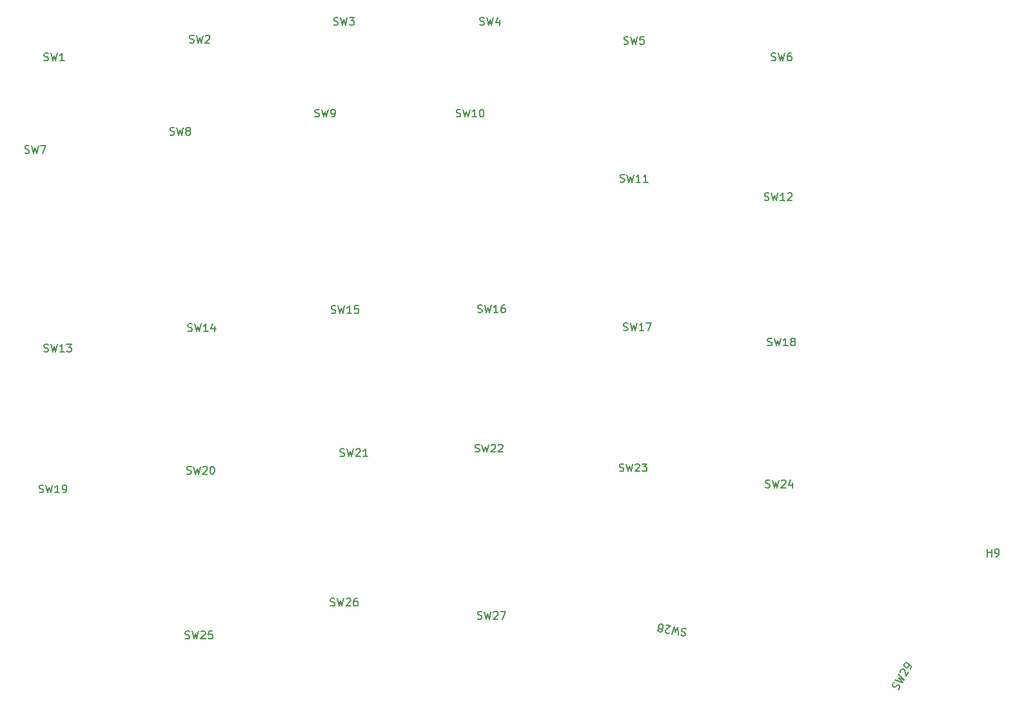
<source format=gbr>
G04 #@! TF.GenerationSoftware,KiCad,Pcbnew,5.99.0-unknown-4920692bcd~125~ubuntu20.04.1*
G04 #@! TF.CreationDate,2021-04-21T16:00:41+01:00*
G04 #@! TF.ProjectId,plate,706c6174-652e-46b6-9963-61645f706362,rev?*
G04 #@! TF.SameCoordinates,Original*
G04 #@! TF.FileFunction,Legend,Top*
G04 #@! TF.FilePolarity,Positive*
%FSLAX46Y46*%
G04 Gerber Fmt 4.6, Leading zero omitted, Abs format (unit mm)*
G04 Created by KiCad (PCBNEW 5.99.0-unknown-4920692bcd~125~ubuntu20.04.1) date 2021-04-21 16:00:41*
%MOMM*%
%LPD*%
G01*
G04 APERTURE LIST*
%ADD10C,0.150000*%
G04 APERTURE END LIST*
D10*
X63639866Y-63371361D02*
X63782723Y-63418980D01*
X64020819Y-63418980D01*
X64116057Y-63371361D01*
X64163676Y-63323742D01*
X64211295Y-63228504D01*
X64211295Y-63133266D01*
X64163676Y-63038028D01*
X64116057Y-62990409D01*
X64020819Y-62942790D01*
X63830342Y-62895171D01*
X63735104Y-62847552D01*
X63687485Y-62799933D01*
X63639866Y-62704695D01*
X63639866Y-62609457D01*
X63687485Y-62514219D01*
X63735104Y-62466600D01*
X63830342Y-62418980D01*
X64068438Y-62418980D01*
X64211295Y-62466600D01*
X64544628Y-62418980D02*
X64782723Y-63418980D01*
X64973200Y-62704695D01*
X65163676Y-63418980D01*
X65401771Y-62418980D01*
X66306533Y-63418980D02*
X65735104Y-63418980D01*
X66020819Y-63418980D02*
X66020819Y-62418980D01*
X65925580Y-62561838D01*
X65830342Y-62657076D01*
X65735104Y-62704695D01*
X175772572Y-146041474D02*
X175885240Y-145941566D01*
X176004287Y-145735369D01*
X176010667Y-145629081D01*
X175993237Y-145564032D01*
X175934568Y-145475174D01*
X175852089Y-145427555D01*
X175745801Y-145421175D01*
X175680752Y-145438605D01*
X175591894Y-145497274D01*
X175455417Y-145638422D01*
X175366558Y-145697091D01*
X175301510Y-145714520D01*
X175195221Y-145708141D01*
X175112743Y-145660522D01*
X175054074Y-145571663D01*
X175036644Y-145506614D01*
X175043024Y-145400326D01*
X175162071Y-145194130D01*
X175274739Y-145094221D01*
X175400167Y-144781737D02*
X176385240Y-145075540D01*
X175861888Y-144553440D01*
X176575716Y-144745626D01*
X175828738Y-144039429D01*
X176077883Y-143798373D02*
X176060453Y-143733324D01*
X176066833Y-143627036D01*
X176185881Y-143420840D01*
X176274739Y-143362171D01*
X176339788Y-143344741D01*
X176446076Y-143351121D01*
X176528555Y-143398740D01*
X176628463Y-143511408D01*
X176837621Y-144291993D01*
X177147144Y-143755882D01*
X177385240Y-143343489D02*
X177480478Y-143178532D01*
X177486857Y-143072244D01*
X177469428Y-143007195D01*
X177393329Y-142853288D01*
X177252181Y-142716811D01*
X176922267Y-142526334D01*
X176815978Y-142519955D01*
X176750930Y-142537385D01*
X176662071Y-142596054D01*
X176566833Y-142761011D01*
X176560453Y-142867299D01*
X176577883Y-142932348D01*
X176636552Y-143021206D01*
X176842749Y-143140254D01*
X176949037Y-143146634D01*
X177014086Y-143129204D01*
X177102944Y-143070535D01*
X177198182Y-142905577D01*
X177204562Y-142799289D01*
X177187132Y-142734240D01*
X177128463Y-142645382D01*
X147953119Y-138091607D02*
X147820701Y-138019905D01*
X147586223Y-137978560D01*
X147484163Y-138008918D01*
X147428998Y-138047544D01*
X147365565Y-138133067D01*
X147349027Y-138226858D01*
X147379384Y-138328918D01*
X147418011Y-138384083D01*
X147503533Y-138447516D01*
X147682847Y-138527488D01*
X147768369Y-138590921D01*
X147806996Y-138646086D01*
X147837353Y-138748146D01*
X147820815Y-138841937D01*
X147757382Y-138927459D01*
X147702217Y-138966086D01*
X147600157Y-138996444D01*
X147365679Y-138955099D01*
X147233261Y-138883396D01*
X146896723Y-138872409D02*
X146835893Y-137846257D01*
X146524276Y-138516615D01*
X146460728Y-137780105D01*
X146052602Y-138723568D01*
X145740871Y-138571894D02*
X145685706Y-138610521D01*
X145583646Y-138640878D01*
X145349168Y-138599534D01*
X145263646Y-138536100D01*
X145225019Y-138480935D01*
X145194661Y-138378875D01*
X145211199Y-138285084D01*
X145282902Y-138152666D01*
X145944877Y-137689146D01*
X145335234Y-137581650D01*
X144673259Y-138045170D02*
X144758781Y-138108603D01*
X144797408Y-138163768D01*
X144827765Y-138265828D01*
X144819497Y-138312724D01*
X144756063Y-138398246D01*
X144700898Y-138436872D01*
X144598838Y-138467230D01*
X144411256Y-138434154D01*
X144325734Y-138370721D01*
X144287107Y-138315556D01*
X144256749Y-138213496D01*
X144265018Y-138166600D01*
X144328452Y-138081078D01*
X144383616Y-138042452D01*
X144485676Y-138012094D01*
X144673259Y-138045170D01*
X144775319Y-138014812D01*
X144830484Y-137976185D01*
X144893917Y-137890663D01*
X144926993Y-137703081D01*
X144896635Y-137601021D01*
X144858009Y-137545856D01*
X144772486Y-137482422D01*
X144584904Y-137449347D01*
X144482844Y-137479704D01*
X144427679Y-137518331D01*
X144364246Y-137603853D01*
X144331170Y-137791436D01*
X144361528Y-137893496D01*
X144400154Y-137948660D01*
X144485676Y-138012094D01*
X120567676Y-136726561D02*
X120710533Y-136774180D01*
X120948628Y-136774180D01*
X121043866Y-136726561D01*
X121091485Y-136678942D01*
X121139104Y-136583704D01*
X121139104Y-136488466D01*
X121091485Y-136393228D01*
X121043866Y-136345609D01*
X120948628Y-136297990D01*
X120758152Y-136250371D01*
X120662914Y-136202752D01*
X120615295Y-136155133D01*
X120567676Y-136059895D01*
X120567676Y-135964657D01*
X120615295Y-135869419D01*
X120662914Y-135821800D01*
X120758152Y-135774180D01*
X120996247Y-135774180D01*
X121139104Y-135821800D01*
X121472438Y-135774180D02*
X121710533Y-136774180D01*
X121901009Y-136059895D01*
X122091485Y-136774180D01*
X122329580Y-135774180D01*
X122662914Y-135869419D02*
X122710533Y-135821800D01*
X122805771Y-135774180D01*
X123043866Y-135774180D01*
X123139104Y-135821800D01*
X123186723Y-135869419D01*
X123234342Y-135964657D01*
X123234342Y-136059895D01*
X123186723Y-136202752D01*
X122615295Y-136774180D01*
X123234342Y-136774180D01*
X123567676Y-135774180D02*
X124234342Y-135774180D01*
X123805771Y-136774180D01*
X101238276Y-134999361D02*
X101381133Y-135046980D01*
X101619228Y-135046980D01*
X101714466Y-134999361D01*
X101762085Y-134951742D01*
X101809704Y-134856504D01*
X101809704Y-134761266D01*
X101762085Y-134666028D01*
X101714466Y-134618409D01*
X101619228Y-134570790D01*
X101428752Y-134523171D01*
X101333514Y-134475552D01*
X101285895Y-134427933D01*
X101238276Y-134332695D01*
X101238276Y-134237457D01*
X101285895Y-134142219D01*
X101333514Y-134094600D01*
X101428752Y-134046980D01*
X101666847Y-134046980D01*
X101809704Y-134094600D01*
X102143038Y-134046980D02*
X102381133Y-135046980D01*
X102571609Y-134332695D01*
X102762085Y-135046980D01*
X103000180Y-134046980D01*
X103333514Y-134142219D02*
X103381133Y-134094600D01*
X103476371Y-134046980D01*
X103714466Y-134046980D01*
X103809704Y-134094600D01*
X103857323Y-134142219D01*
X103904942Y-134237457D01*
X103904942Y-134332695D01*
X103857323Y-134475552D01*
X103285895Y-135046980D01*
X103904942Y-135046980D01*
X104762085Y-134046980D02*
X104571609Y-134046980D01*
X104476371Y-134094600D01*
X104428752Y-134142219D01*
X104333514Y-134285076D01*
X104285895Y-134475552D01*
X104285895Y-134856504D01*
X104333514Y-134951742D01*
X104381133Y-134999361D01*
X104476371Y-135046980D01*
X104666847Y-135046980D01*
X104762085Y-134999361D01*
X104809704Y-134951742D01*
X104857323Y-134856504D01*
X104857323Y-134618409D01*
X104809704Y-134523171D01*
X104762085Y-134475552D01*
X104666847Y-134427933D01*
X104476371Y-134427933D01*
X104381133Y-134475552D01*
X104333514Y-134523171D01*
X104285895Y-134618409D01*
X82162876Y-139317361D02*
X82305733Y-139364980D01*
X82543828Y-139364980D01*
X82639066Y-139317361D01*
X82686685Y-139269742D01*
X82734304Y-139174504D01*
X82734304Y-139079266D01*
X82686685Y-138984028D01*
X82639066Y-138936409D01*
X82543828Y-138888790D01*
X82353352Y-138841171D01*
X82258114Y-138793552D01*
X82210495Y-138745933D01*
X82162876Y-138650695D01*
X82162876Y-138555457D01*
X82210495Y-138460219D01*
X82258114Y-138412600D01*
X82353352Y-138364980D01*
X82591447Y-138364980D01*
X82734304Y-138412600D01*
X83067638Y-138364980D02*
X83305733Y-139364980D01*
X83496209Y-138650695D01*
X83686685Y-139364980D01*
X83924780Y-138364980D01*
X84258114Y-138460219D02*
X84305733Y-138412600D01*
X84400971Y-138364980D01*
X84639066Y-138364980D01*
X84734304Y-138412600D01*
X84781923Y-138460219D01*
X84829542Y-138555457D01*
X84829542Y-138650695D01*
X84781923Y-138793552D01*
X84210495Y-139364980D01*
X84829542Y-139364980D01*
X85734304Y-138364980D02*
X85258114Y-138364980D01*
X85210495Y-138841171D01*
X85258114Y-138793552D01*
X85353352Y-138745933D01*
X85591447Y-138745933D01*
X85686685Y-138793552D01*
X85734304Y-138841171D01*
X85781923Y-138936409D01*
X85781923Y-139174504D01*
X85734304Y-139269742D01*
X85686685Y-139317361D01*
X85591447Y-139364980D01*
X85353352Y-139364980D01*
X85258114Y-139317361D01*
X85210495Y-139269742D01*
X158362876Y-119454561D02*
X158505733Y-119502180D01*
X158743828Y-119502180D01*
X158839066Y-119454561D01*
X158886685Y-119406942D01*
X158934304Y-119311704D01*
X158934304Y-119216466D01*
X158886685Y-119121228D01*
X158839066Y-119073609D01*
X158743828Y-119025990D01*
X158553352Y-118978371D01*
X158458114Y-118930752D01*
X158410495Y-118883133D01*
X158362876Y-118787895D01*
X158362876Y-118692657D01*
X158410495Y-118597419D01*
X158458114Y-118549800D01*
X158553352Y-118502180D01*
X158791447Y-118502180D01*
X158934304Y-118549800D01*
X159267638Y-118502180D02*
X159505733Y-119502180D01*
X159696209Y-118787895D01*
X159886685Y-119502180D01*
X160124780Y-118502180D01*
X160458114Y-118597419D02*
X160505733Y-118549800D01*
X160600971Y-118502180D01*
X160839066Y-118502180D01*
X160934304Y-118549800D01*
X160981923Y-118597419D01*
X161029542Y-118692657D01*
X161029542Y-118787895D01*
X160981923Y-118930752D01*
X160410495Y-119502180D01*
X161029542Y-119502180D01*
X161886685Y-118835514D02*
X161886685Y-119502180D01*
X161648590Y-118454561D02*
X161410495Y-119168847D01*
X162029542Y-119168847D01*
X139185876Y-117320961D02*
X139328733Y-117368580D01*
X139566828Y-117368580D01*
X139662066Y-117320961D01*
X139709685Y-117273342D01*
X139757304Y-117178104D01*
X139757304Y-117082866D01*
X139709685Y-116987628D01*
X139662066Y-116940009D01*
X139566828Y-116892390D01*
X139376352Y-116844771D01*
X139281114Y-116797152D01*
X139233495Y-116749533D01*
X139185876Y-116654295D01*
X139185876Y-116559057D01*
X139233495Y-116463819D01*
X139281114Y-116416200D01*
X139376352Y-116368580D01*
X139614447Y-116368580D01*
X139757304Y-116416200D01*
X140090638Y-116368580D02*
X140328733Y-117368580D01*
X140519209Y-116654295D01*
X140709685Y-117368580D01*
X140947780Y-116368580D01*
X141281114Y-116463819D02*
X141328733Y-116416200D01*
X141423971Y-116368580D01*
X141662066Y-116368580D01*
X141757304Y-116416200D01*
X141804923Y-116463819D01*
X141852542Y-116559057D01*
X141852542Y-116654295D01*
X141804923Y-116797152D01*
X141233495Y-117368580D01*
X141852542Y-117368580D01*
X142185876Y-116368580D02*
X142804923Y-116368580D01*
X142471590Y-116749533D01*
X142614447Y-116749533D01*
X142709685Y-116797152D01*
X142757304Y-116844771D01*
X142804923Y-116940009D01*
X142804923Y-117178104D01*
X142757304Y-117273342D01*
X142709685Y-117320961D01*
X142614447Y-117368580D01*
X142328733Y-117368580D01*
X142233495Y-117320961D01*
X142185876Y-117273342D01*
X120237476Y-114780961D02*
X120380333Y-114828580D01*
X120618428Y-114828580D01*
X120713666Y-114780961D01*
X120761285Y-114733342D01*
X120808904Y-114638104D01*
X120808904Y-114542866D01*
X120761285Y-114447628D01*
X120713666Y-114400009D01*
X120618428Y-114352390D01*
X120427952Y-114304771D01*
X120332714Y-114257152D01*
X120285095Y-114209533D01*
X120237476Y-114114295D01*
X120237476Y-114019057D01*
X120285095Y-113923819D01*
X120332714Y-113876200D01*
X120427952Y-113828580D01*
X120666047Y-113828580D01*
X120808904Y-113876200D01*
X121142238Y-113828580D02*
X121380333Y-114828580D01*
X121570809Y-114114295D01*
X121761285Y-114828580D01*
X121999380Y-113828580D01*
X122332714Y-113923819D02*
X122380333Y-113876200D01*
X122475571Y-113828580D01*
X122713666Y-113828580D01*
X122808904Y-113876200D01*
X122856523Y-113923819D01*
X122904142Y-114019057D01*
X122904142Y-114114295D01*
X122856523Y-114257152D01*
X122285095Y-114828580D01*
X122904142Y-114828580D01*
X123285095Y-113923819D02*
X123332714Y-113876200D01*
X123427952Y-113828580D01*
X123666047Y-113828580D01*
X123761285Y-113876200D01*
X123808904Y-113923819D01*
X123856523Y-114019057D01*
X123856523Y-114114295D01*
X123808904Y-114257152D01*
X123237476Y-114828580D01*
X123856523Y-114828580D01*
X102508276Y-115365161D02*
X102651133Y-115412780D01*
X102889228Y-115412780D01*
X102984466Y-115365161D01*
X103032085Y-115317542D01*
X103079704Y-115222304D01*
X103079704Y-115127066D01*
X103032085Y-115031828D01*
X102984466Y-114984209D01*
X102889228Y-114936590D01*
X102698752Y-114888971D01*
X102603514Y-114841352D01*
X102555895Y-114793733D01*
X102508276Y-114698495D01*
X102508276Y-114603257D01*
X102555895Y-114508019D01*
X102603514Y-114460400D01*
X102698752Y-114412780D01*
X102936847Y-114412780D01*
X103079704Y-114460400D01*
X103413038Y-114412780D02*
X103651133Y-115412780D01*
X103841609Y-114698495D01*
X104032085Y-115412780D01*
X104270180Y-114412780D01*
X104603514Y-114508019D02*
X104651133Y-114460400D01*
X104746371Y-114412780D01*
X104984466Y-114412780D01*
X105079704Y-114460400D01*
X105127323Y-114508019D01*
X105174942Y-114603257D01*
X105174942Y-114698495D01*
X105127323Y-114841352D01*
X104555895Y-115412780D01*
X105174942Y-115412780D01*
X106127323Y-115412780D02*
X105555895Y-115412780D01*
X105841609Y-115412780D02*
X105841609Y-114412780D01*
X105746371Y-114555638D01*
X105651133Y-114650876D01*
X105555895Y-114698495D01*
X82391476Y-117676561D02*
X82534333Y-117724180D01*
X82772428Y-117724180D01*
X82867666Y-117676561D01*
X82915285Y-117628942D01*
X82962904Y-117533704D01*
X82962904Y-117438466D01*
X82915285Y-117343228D01*
X82867666Y-117295609D01*
X82772428Y-117247990D01*
X82581952Y-117200371D01*
X82486714Y-117152752D01*
X82439095Y-117105133D01*
X82391476Y-117009895D01*
X82391476Y-116914657D01*
X82439095Y-116819419D01*
X82486714Y-116771800D01*
X82581952Y-116724180D01*
X82820047Y-116724180D01*
X82962904Y-116771800D01*
X83296238Y-116724180D02*
X83534333Y-117724180D01*
X83724809Y-117009895D01*
X83915285Y-117724180D01*
X84153380Y-116724180D01*
X84486714Y-116819419D02*
X84534333Y-116771800D01*
X84629571Y-116724180D01*
X84867666Y-116724180D01*
X84962904Y-116771800D01*
X85010523Y-116819419D01*
X85058142Y-116914657D01*
X85058142Y-117009895D01*
X85010523Y-117152752D01*
X84439095Y-117724180D01*
X85058142Y-117724180D01*
X85677190Y-116724180D02*
X85772428Y-116724180D01*
X85867666Y-116771800D01*
X85915285Y-116819419D01*
X85962904Y-116914657D01*
X86010523Y-117105133D01*
X86010523Y-117343228D01*
X85962904Y-117533704D01*
X85915285Y-117628942D01*
X85867666Y-117676561D01*
X85772428Y-117724180D01*
X85677190Y-117724180D01*
X85581952Y-117676561D01*
X85534333Y-117628942D01*
X85486714Y-117533704D01*
X85439095Y-117343228D01*
X85439095Y-117105133D01*
X85486714Y-116914657D01*
X85534333Y-116819419D01*
X85581952Y-116771800D01*
X85677190Y-116724180D01*
X62985876Y-120114961D02*
X63128733Y-120162580D01*
X63366828Y-120162580D01*
X63462066Y-120114961D01*
X63509685Y-120067342D01*
X63557304Y-119972104D01*
X63557304Y-119876866D01*
X63509685Y-119781628D01*
X63462066Y-119734009D01*
X63366828Y-119686390D01*
X63176352Y-119638771D01*
X63081114Y-119591152D01*
X63033495Y-119543533D01*
X62985876Y-119448295D01*
X62985876Y-119353057D01*
X63033495Y-119257819D01*
X63081114Y-119210200D01*
X63176352Y-119162580D01*
X63414447Y-119162580D01*
X63557304Y-119210200D01*
X63890638Y-119162580D02*
X64128733Y-120162580D01*
X64319209Y-119448295D01*
X64509685Y-120162580D01*
X64747780Y-119162580D01*
X65652542Y-120162580D02*
X65081114Y-120162580D01*
X65366828Y-120162580D02*
X65366828Y-119162580D01*
X65271590Y-119305438D01*
X65176352Y-119400676D01*
X65081114Y-119448295D01*
X66128733Y-120162580D02*
X66319209Y-120162580D01*
X66414447Y-120114961D01*
X66462066Y-120067342D01*
X66557304Y-119924485D01*
X66604923Y-119734009D01*
X66604923Y-119353057D01*
X66557304Y-119257819D01*
X66509685Y-119210200D01*
X66414447Y-119162580D01*
X66223971Y-119162580D01*
X66128733Y-119210200D01*
X66081114Y-119257819D01*
X66033495Y-119353057D01*
X66033495Y-119591152D01*
X66081114Y-119686390D01*
X66128733Y-119734009D01*
X66223971Y-119781628D01*
X66414447Y-119781628D01*
X66509685Y-119734009D01*
X66557304Y-119686390D01*
X66604923Y-119591152D01*
X158642276Y-100810961D02*
X158785133Y-100858580D01*
X159023228Y-100858580D01*
X159118466Y-100810961D01*
X159166085Y-100763342D01*
X159213704Y-100668104D01*
X159213704Y-100572866D01*
X159166085Y-100477628D01*
X159118466Y-100430009D01*
X159023228Y-100382390D01*
X158832752Y-100334771D01*
X158737514Y-100287152D01*
X158689895Y-100239533D01*
X158642276Y-100144295D01*
X158642276Y-100049057D01*
X158689895Y-99953819D01*
X158737514Y-99906200D01*
X158832752Y-99858580D01*
X159070847Y-99858580D01*
X159213704Y-99906200D01*
X159547038Y-99858580D02*
X159785133Y-100858580D01*
X159975609Y-100144295D01*
X160166085Y-100858580D01*
X160404180Y-99858580D01*
X161308942Y-100858580D02*
X160737514Y-100858580D01*
X161023228Y-100858580D02*
X161023228Y-99858580D01*
X160927990Y-100001438D01*
X160832752Y-100096676D01*
X160737514Y-100144295D01*
X161880371Y-100287152D02*
X161785133Y-100239533D01*
X161737514Y-100191914D01*
X161689895Y-100096676D01*
X161689895Y-100049057D01*
X161737514Y-99953819D01*
X161785133Y-99906200D01*
X161880371Y-99858580D01*
X162070847Y-99858580D01*
X162166085Y-99906200D01*
X162213704Y-99953819D01*
X162261323Y-100049057D01*
X162261323Y-100096676D01*
X162213704Y-100191914D01*
X162166085Y-100239533D01*
X162070847Y-100287152D01*
X161880371Y-100287152D01*
X161785133Y-100334771D01*
X161737514Y-100382390D01*
X161689895Y-100477628D01*
X161689895Y-100668104D01*
X161737514Y-100763342D01*
X161785133Y-100810961D01*
X161880371Y-100858580D01*
X162070847Y-100858580D01*
X162166085Y-100810961D01*
X162213704Y-100763342D01*
X162261323Y-100668104D01*
X162261323Y-100477628D01*
X162213704Y-100382390D01*
X162166085Y-100334771D01*
X162070847Y-100287152D01*
X139719276Y-98829761D02*
X139862133Y-98877380D01*
X140100228Y-98877380D01*
X140195466Y-98829761D01*
X140243085Y-98782142D01*
X140290704Y-98686904D01*
X140290704Y-98591666D01*
X140243085Y-98496428D01*
X140195466Y-98448809D01*
X140100228Y-98401190D01*
X139909752Y-98353571D01*
X139814514Y-98305952D01*
X139766895Y-98258333D01*
X139719276Y-98163095D01*
X139719276Y-98067857D01*
X139766895Y-97972619D01*
X139814514Y-97925000D01*
X139909752Y-97877380D01*
X140147847Y-97877380D01*
X140290704Y-97925000D01*
X140624038Y-97877380D02*
X140862133Y-98877380D01*
X141052609Y-98163095D01*
X141243085Y-98877380D01*
X141481180Y-97877380D01*
X142385942Y-98877380D02*
X141814514Y-98877380D01*
X142100228Y-98877380D02*
X142100228Y-97877380D01*
X142004990Y-98020238D01*
X141909752Y-98115476D01*
X141814514Y-98163095D01*
X142719276Y-97877380D02*
X143385942Y-97877380D01*
X142957371Y-98877380D01*
X120593076Y-96467561D02*
X120735933Y-96515180D01*
X120974028Y-96515180D01*
X121069266Y-96467561D01*
X121116885Y-96419942D01*
X121164504Y-96324704D01*
X121164504Y-96229466D01*
X121116885Y-96134228D01*
X121069266Y-96086609D01*
X120974028Y-96038990D01*
X120783552Y-95991371D01*
X120688314Y-95943752D01*
X120640695Y-95896133D01*
X120593076Y-95800895D01*
X120593076Y-95705657D01*
X120640695Y-95610419D01*
X120688314Y-95562800D01*
X120783552Y-95515180D01*
X121021647Y-95515180D01*
X121164504Y-95562800D01*
X121497838Y-95515180D02*
X121735933Y-96515180D01*
X121926409Y-95800895D01*
X122116885Y-96515180D01*
X122354980Y-95515180D01*
X123259742Y-96515180D02*
X122688314Y-96515180D01*
X122974028Y-96515180D02*
X122974028Y-95515180D01*
X122878790Y-95658038D01*
X122783552Y-95753276D01*
X122688314Y-95800895D01*
X124116885Y-95515180D02*
X123926409Y-95515180D01*
X123831171Y-95562800D01*
X123783552Y-95610419D01*
X123688314Y-95753276D01*
X123640695Y-95943752D01*
X123640695Y-96324704D01*
X123688314Y-96419942D01*
X123735933Y-96467561D01*
X123831171Y-96515180D01*
X124021647Y-96515180D01*
X124116885Y-96467561D01*
X124164504Y-96419942D01*
X124212123Y-96324704D01*
X124212123Y-96086609D01*
X124164504Y-95991371D01*
X124116885Y-95943752D01*
X124021647Y-95896133D01*
X123831171Y-95896133D01*
X123735933Y-95943752D01*
X123688314Y-95991371D01*
X123640695Y-96086609D01*
X101339876Y-96569161D02*
X101482733Y-96616780D01*
X101720828Y-96616780D01*
X101816066Y-96569161D01*
X101863685Y-96521542D01*
X101911304Y-96426304D01*
X101911304Y-96331066D01*
X101863685Y-96235828D01*
X101816066Y-96188209D01*
X101720828Y-96140590D01*
X101530352Y-96092971D01*
X101435114Y-96045352D01*
X101387495Y-95997733D01*
X101339876Y-95902495D01*
X101339876Y-95807257D01*
X101387495Y-95712019D01*
X101435114Y-95664400D01*
X101530352Y-95616780D01*
X101768447Y-95616780D01*
X101911304Y-95664400D01*
X102244638Y-95616780D02*
X102482733Y-96616780D01*
X102673209Y-95902495D01*
X102863685Y-96616780D01*
X103101780Y-95616780D01*
X104006542Y-96616780D02*
X103435114Y-96616780D01*
X103720828Y-96616780D02*
X103720828Y-95616780D01*
X103625590Y-95759638D01*
X103530352Y-95854876D01*
X103435114Y-95902495D01*
X104911304Y-95616780D02*
X104435114Y-95616780D01*
X104387495Y-96092971D01*
X104435114Y-96045352D01*
X104530352Y-95997733D01*
X104768447Y-95997733D01*
X104863685Y-96045352D01*
X104911304Y-96092971D01*
X104958923Y-96188209D01*
X104958923Y-96426304D01*
X104911304Y-96521542D01*
X104863685Y-96569161D01*
X104768447Y-96616780D01*
X104530352Y-96616780D01*
X104435114Y-96569161D01*
X104387495Y-96521542D01*
X82518476Y-98931361D02*
X82661333Y-98978980D01*
X82899428Y-98978980D01*
X82994666Y-98931361D01*
X83042285Y-98883742D01*
X83089904Y-98788504D01*
X83089904Y-98693266D01*
X83042285Y-98598028D01*
X82994666Y-98550409D01*
X82899428Y-98502790D01*
X82708952Y-98455171D01*
X82613714Y-98407552D01*
X82566095Y-98359933D01*
X82518476Y-98264695D01*
X82518476Y-98169457D01*
X82566095Y-98074219D01*
X82613714Y-98026600D01*
X82708952Y-97978980D01*
X82947047Y-97978980D01*
X83089904Y-98026600D01*
X83423238Y-97978980D02*
X83661333Y-98978980D01*
X83851809Y-98264695D01*
X84042285Y-98978980D01*
X84280380Y-97978980D01*
X85185142Y-98978980D02*
X84613714Y-98978980D01*
X84899428Y-98978980D02*
X84899428Y-97978980D01*
X84804190Y-98121838D01*
X84708952Y-98217076D01*
X84613714Y-98264695D01*
X86042285Y-98312314D02*
X86042285Y-98978980D01*
X85804190Y-97931361D02*
X85566095Y-98645647D01*
X86185142Y-98645647D01*
X63620876Y-101623761D02*
X63763733Y-101671380D01*
X64001828Y-101671380D01*
X64097066Y-101623761D01*
X64144685Y-101576142D01*
X64192304Y-101480904D01*
X64192304Y-101385666D01*
X64144685Y-101290428D01*
X64097066Y-101242809D01*
X64001828Y-101195190D01*
X63811352Y-101147571D01*
X63716114Y-101099952D01*
X63668495Y-101052333D01*
X63620876Y-100957095D01*
X63620876Y-100861857D01*
X63668495Y-100766619D01*
X63716114Y-100719000D01*
X63811352Y-100671380D01*
X64049447Y-100671380D01*
X64192304Y-100719000D01*
X64525638Y-100671380D02*
X64763733Y-101671380D01*
X64954209Y-100957095D01*
X65144685Y-101671380D01*
X65382780Y-100671380D01*
X66287542Y-101671380D02*
X65716114Y-101671380D01*
X66001828Y-101671380D02*
X66001828Y-100671380D01*
X65906590Y-100814238D01*
X65811352Y-100909476D01*
X65716114Y-100957095D01*
X66620876Y-100671380D02*
X67239923Y-100671380D01*
X66906590Y-101052333D01*
X67049447Y-101052333D01*
X67144685Y-101099952D01*
X67192304Y-101147571D01*
X67239923Y-101242809D01*
X67239923Y-101480904D01*
X67192304Y-101576142D01*
X67144685Y-101623761D01*
X67049447Y-101671380D01*
X66763733Y-101671380D01*
X66668495Y-101623761D01*
X66620876Y-101576142D01*
X158235876Y-81735561D02*
X158378733Y-81783180D01*
X158616828Y-81783180D01*
X158712066Y-81735561D01*
X158759685Y-81687942D01*
X158807304Y-81592704D01*
X158807304Y-81497466D01*
X158759685Y-81402228D01*
X158712066Y-81354609D01*
X158616828Y-81306990D01*
X158426352Y-81259371D01*
X158331114Y-81211752D01*
X158283495Y-81164133D01*
X158235876Y-81068895D01*
X158235876Y-80973657D01*
X158283495Y-80878419D01*
X158331114Y-80830800D01*
X158426352Y-80783180D01*
X158664447Y-80783180D01*
X158807304Y-80830800D01*
X159140638Y-80783180D02*
X159378733Y-81783180D01*
X159569209Y-81068895D01*
X159759685Y-81783180D01*
X159997780Y-80783180D01*
X160902542Y-81783180D02*
X160331114Y-81783180D01*
X160616828Y-81783180D02*
X160616828Y-80783180D01*
X160521590Y-80926038D01*
X160426352Y-81021276D01*
X160331114Y-81068895D01*
X161283495Y-80878419D02*
X161331114Y-80830800D01*
X161426352Y-80783180D01*
X161664447Y-80783180D01*
X161759685Y-80830800D01*
X161807304Y-80878419D01*
X161854923Y-80973657D01*
X161854923Y-81068895D01*
X161807304Y-81211752D01*
X161235876Y-81783180D01*
X161854923Y-81783180D01*
X139287476Y-79322561D02*
X139430333Y-79370180D01*
X139668428Y-79370180D01*
X139763666Y-79322561D01*
X139811285Y-79274942D01*
X139858904Y-79179704D01*
X139858904Y-79084466D01*
X139811285Y-78989228D01*
X139763666Y-78941609D01*
X139668428Y-78893990D01*
X139477952Y-78846371D01*
X139382714Y-78798752D01*
X139335095Y-78751133D01*
X139287476Y-78655895D01*
X139287476Y-78560657D01*
X139335095Y-78465419D01*
X139382714Y-78417800D01*
X139477952Y-78370180D01*
X139716047Y-78370180D01*
X139858904Y-78417800D01*
X140192238Y-78370180D02*
X140430333Y-79370180D01*
X140620809Y-78655895D01*
X140811285Y-79370180D01*
X141049380Y-78370180D01*
X141954142Y-79370180D02*
X141382714Y-79370180D01*
X141668428Y-79370180D02*
X141668428Y-78370180D01*
X141573190Y-78513038D01*
X141477952Y-78608276D01*
X141382714Y-78655895D01*
X142906523Y-79370180D02*
X142335095Y-79370180D01*
X142620809Y-79370180D02*
X142620809Y-78370180D01*
X142525571Y-78513038D01*
X142430333Y-78608276D01*
X142335095Y-78655895D01*
X117779476Y-70763361D02*
X117922333Y-70810980D01*
X118160428Y-70810980D01*
X118255666Y-70763361D01*
X118303285Y-70715742D01*
X118350904Y-70620504D01*
X118350904Y-70525266D01*
X118303285Y-70430028D01*
X118255666Y-70382409D01*
X118160428Y-70334790D01*
X117969952Y-70287171D01*
X117874714Y-70239552D01*
X117827095Y-70191933D01*
X117779476Y-70096695D01*
X117779476Y-70001457D01*
X117827095Y-69906219D01*
X117874714Y-69858600D01*
X117969952Y-69810980D01*
X118208047Y-69810980D01*
X118350904Y-69858600D01*
X118684238Y-69810980D02*
X118922333Y-70810980D01*
X119112809Y-70096695D01*
X119303285Y-70810980D01*
X119541380Y-69810980D01*
X120446142Y-70810980D02*
X119874714Y-70810980D01*
X120160428Y-70810980D02*
X120160428Y-69810980D01*
X120065190Y-69953838D01*
X119969952Y-70049076D01*
X119874714Y-70096695D01*
X121065190Y-69810980D02*
X121160428Y-69810980D01*
X121255666Y-69858600D01*
X121303285Y-69906219D01*
X121350904Y-70001457D01*
X121398523Y-70191933D01*
X121398523Y-70430028D01*
X121350904Y-70620504D01*
X121303285Y-70715742D01*
X121255666Y-70763361D01*
X121160428Y-70810980D01*
X121065190Y-70810980D01*
X120969952Y-70763361D01*
X120922333Y-70715742D01*
X120874714Y-70620504D01*
X120827095Y-70430028D01*
X120827095Y-70191933D01*
X120874714Y-70001457D01*
X120922333Y-69906219D01*
X120969952Y-69858600D01*
X121065190Y-69810980D01*
X99215666Y-70763361D02*
X99358523Y-70810980D01*
X99596619Y-70810980D01*
X99691857Y-70763361D01*
X99739476Y-70715742D01*
X99787095Y-70620504D01*
X99787095Y-70525266D01*
X99739476Y-70430028D01*
X99691857Y-70382409D01*
X99596619Y-70334790D01*
X99406142Y-70287171D01*
X99310904Y-70239552D01*
X99263285Y-70191933D01*
X99215666Y-70096695D01*
X99215666Y-70001457D01*
X99263285Y-69906219D01*
X99310904Y-69858600D01*
X99406142Y-69810980D01*
X99644238Y-69810980D01*
X99787095Y-69858600D01*
X100120428Y-69810980D02*
X100358523Y-70810980D01*
X100549000Y-70096695D01*
X100739476Y-70810980D01*
X100977571Y-69810980D01*
X101406142Y-70810980D02*
X101596619Y-70810980D01*
X101691857Y-70763361D01*
X101739476Y-70715742D01*
X101834714Y-70572885D01*
X101882333Y-70382409D01*
X101882333Y-70001457D01*
X101834714Y-69906219D01*
X101787095Y-69858600D01*
X101691857Y-69810980D01*
X101501380Y-69810980D01*
X101406142Y-69858600D01*
X101358523Y-69906219D01*
X101310904Y-70001457D01*
X101310904Y-70239552D01*
X101358523Y-70334790D01*
X101406142Y-70382409D01*
X101501380Y-70430028D01*
X101691857Y-70430028D01*
X101787095Y-70382409D01*
X101834714Y-70334790D01*
X101882333Y-70239552D01*
X80175666Y-73143361D02*
X80318523Y-73190980D01*
X80556619Y-73190980D01*
X80651857Y-73143361D01*
X80699476Y-73095742D01*
X80747095Y-73000504D01*
X80747095Y-72905266D01*
X80699476Y-72810028D01*
X80651857Y-72762409D01*
X80556619Y-72714790D01*
X80366142Y-72667171D01*
X80270904Y-72619552D01*
X80223285Y-72571933D01*
X80175666Y-72476695D01*
X80175666Y-72381457D01*
X80223285Y-72286219D01*
X80270904Y-72238600D01*
X80366142Y-72190980D01*
X80604238Y-72190980D01*
X80747095Y-72238600D01*
X81080428Y-72190980D02*
X81318523Y-73190980D01*
X81509000Y-72476695D01*
X81699476Y-73190980D01*
X81937571Y-72190980D01*
X82461380Y-72619552D02*
X82366142Y-72571933D01*
X82318523Y-72524314D01*
X82270904Y-72429076D01*
X82270904Y-72381457D01*
X82318523Y-72286219D01*
X82366142Y-72238600D01*
X82461380Y-72190980D01*
X82651857Y-72190980D01*
X82747095Y-72238600D01*
X82794714Y-72286219D01*
X82842333Y-72381457D01*
X82842333Y-72429076D01*
X82794714Y-72524314D01*
X82747095Y-72571933D01*
X82651857Y-72619552D01*
X82461380Y-72619552D01*
X82366142Y-72667171D01*
X82318523Y-72714790D01*
X82270904Y-72810028D01*
X82270904Y-73000504D01*
X82318523Y-73095742D01*
X82366142Y-73143361D01*
X82461380Y-73190980D01*
X82651857Y-73190980D01*
X82747095Y-73143361D01*
X82794714Y-73095742D01*
X82842333Y-73000504D01*
X82842333Y-72810028D01*
X82794714Y-72714790D01*
X82747095Y-72667171D01*
X82651857Y-72619552D01*
X61135666Y-75523361D02*
X61278523Y-75570980D01*
X61516619Y-75570980D01*
X61611857Y-75523361D01*
X61659476Y-75475742D01*
X61707095Y-75380504D01*
X61707095Y-75285266D01*
X61659476Y-75190028D01*
X61611857Y-75142409D01*
X61516619Y-75094790D01*
X61326142Y-75047171D01*
X61230904Y-74999552D01*
X61183285Y-74951933D01*
X61135666Y-74856695D01*
X61135666Y-74761457D01*
X61183285Y-74666219D01*
X61230904Y-74618600D01*
X61326142Y-74570980D01*
X61564238Y-74570980D01*
X61707095Y-74618600D01*
X62040428Y-74570980D02*
X62278523Y-75570980D01*
X62469000Y-74856695D01*
X62659476Y-75570980D01*
X62897571Y-74570980D01*
X63183285Y-74570980D02*
X63849952Y-74570980D01*
X63421380Y-75570980D01*
X159143866Y-63371361D02*
X159286723Y-63418980D01*
X159524819Y-63418980D01*
X159620057Y-63371361D01*
X159667676Y-63323742D01*
X159715295Y-63228504D01*
X159715295Y-63133266D01*
X159667676Y-63038028D01*
X159620057Y-62990409D01*
X159524819Y-62942790D01*
X159334342Y-62895171D01*
X159239104Y-62847552D01*
X159191485Y-62799933D01*
X159143866Y-62704695D01*
X159143866Y-62609457D01*
X159191485Y-62514219D01*
X159239104Y-62466600D01*
X159334342Y-62418980D01*
X159572438Y-62418980D01*
X159715295Y-62466600D01*
X160048628Y-62418980D02*
X160286723Y-63418980D01*
X160477200Y-62704695D01*
X160667676Y-63418980D01*
X160905771Y-62418980D01*
X161715295Y-62418980D02*
X161524819Y-62418980D01*
X161429580Y-62466600D01*
X161381961Y-62514219D01*
X161286723Y-62657076D01*
X161239104Y-62847552D01*
X161239104Y-63228504D01*
X161286723Y-63323742D01*
X161334342Y-63371361D01*
X161429580Y-63418980D01*
X161620057Y-63418980D01*
X161715295Y-63371361D01*
X161762914Y-63323742D01*
X161810533Y-63228504D01*
X161810533Y-62990409D01*
X161762914Y-62895171D01*
X161715295Y-62847552D01*
X161620057Y-62799933D01*
X161429580Y-62799933D01*
X161334342Y-62847552D01*
X161286723Y-62895171D01*
X161239104Y-62990409D01*
X139789066Y-61212361D02*
X139931923Y-61259980D01*
X140170019Y-61259980D01*
X140265257Y-61212361D01*
X140312876Y-61164742D01*
X140360495Y-61069504D01*
X140360495Y-60974266D01*
X140312876Y-60879028D01*
X140265257Y-60831409D01*
X140170019Y-60783790D01*
X139979542Y-60736171D01*
X139884304Y-60688552D01*
X139836685Y-60640933D01*
X139789066Y-60545695D01*
X139789066Y-60450457D01*
X139836685Y-60355219D01*
X139884304Y-60307600D01*
X139979542Y-60259980D01*
X140217638Y-60259980D01*
X140360495Y-60307600D01*
X140693828Y-60259980D02*
X140931923Y-61259980D01*
X141122400Y-60545695D01*
X141312876Y-61259980D01*
X141550971Y-60259980D01*
X142408114Y-60259980D02*
X141931923Y-60259980D01*
X141884304Y-60736171D01*
X141931923Y-60688552D01*
X142027161Y-60640933D01*
X142265257Y-60640933D01*
X142360495Y-60688552D01*
X142408114Y-60736171D01*
X142455733Y-60831409D01*
X142455733Y-61069504D01*
X142408114Y-61164742D01*
X142360495Y-61212361D01*
X142265257Y-61259980D01*
X142027161Y-61259980D01*
X141931923Y-61212361D01*
X141884304Y-61164742D01*
X120866066Y-58697761D02*
X121008923Y-58745380D01*
X121247019Y-58745380D01*
X121342257Y-58697761D01*
X121389876Y-58650142D01*
X121437495Y-58554904D01*
X121437495Y-58459666D01*
X121389876Y-58364428D01*
X121342257Y-58316809D01*
X121247019Y-58269190D01*
X121056542Y-58221571D01*
X120961304Y-58173952D01*
X120913685Y-58126333D01*
X120866066Y-58031095D01*
X120866066Y-57935857D01*
X120913685Y-57840619D01*
X120961304Y-57793000D01*
X121056542Y-57745380D01*
X121294638Y-57745380D01*
X121437495Y-57793000D01*
X121770828Y-57745380D02*
X122008923Y-58745380D01*
X122199400Y-58031095D01*
X122389876Y-58745380D01*
X122627971Y-57745380D01*
X123437495Y-58078714D02*
X123437495Y-58745380D01*
X123199400Y-57697761D02*
X122961304Y-58412047D01*
X123580352Y-58412047D01*
X101689066Y-58697761D02*
X101831923Y-58745380D01*
X102070019Y-58745380D01*
X102165257Y-58697761D01*
X102212876Y-58650142D01*
X102260495Y-58554904D01*
X102260495Y-58459666D01*
X102212876Y-58364428D01*
X102165257Y-58316809D01*
X102070019Y-58269190D01*
X101879542Y-58221571D01*
X101784304Y-58173952D01*
X101736685Y-58126333D01*
X101689066Y-58031095D01*
X101689066Y-57935857D01*
X101736685Y-57840619D01*
X101784304Y-57793000D01*
X101879542Y-57745380D01*
X102117638Y-57745380D01*
X102260495Y-57793000D01*
X102593828Y-57745380D02*
X102831923Y-58745380D01*
X103022400Y-58031095D01*
X103212876Y-58745380D01*
X103450971Y-57745380D01*
X103736685Y-57745380D02*
X104355733Y-57745380D01*
X104022400Y-58126333D01*
X104165257Y-58126333D01*
X104260495Y-58173952D01*
X104308114Y-58221571D01*
X104355733Y-58316809D01*
X104355733Y-58554904D01*
X104308114Y-58650142D01*
X104260495Y-58697761D01*
X104165257Y-58745380D01*
X103879542Y-58745380D01*
X103784304Y-58697761D01*
X103736685Y-58650142D01*
X82740666Y-61034561D02*
X82883523Y-61082180D01*
X83121619Y-61082180D01*
X83216857Y-61034561D01*
X83264476Y-60986942D01*
X83312095Y-60891704D01*
X83312095Y-60796466D01*
X83264476Y-60701228D01*
X83216857Y-60653609D01*
X83121619Y-60605990D01*
X82931142Y-60558371D01*
X82835904Y-60510752D01*
X82788285Y-60463133D01*
X82740666Y-60367895D01*
X82740666Y-60272657D01*
X82788285Y-60177419D01*
X82835904Y-60129800D01*
X82931142Y-60082180D01*
X83169238Y-60082180D01*
X83312095Y-60129800D01*
X83645428Y-60082180D02*
X83883523Y-61082180D01*
X84074000Y-60367895D01*
X84264476Y-61082180D01*
X84502571Y-60082180D01*
X84835904Y-60177419D02*
X84883523Y-60129800D01*
X84978761Y-60082180D01*
X85216857Y-60082180D01*
X85312095Y-60129800D01*
X85359714Y-60177419D01*
X85407333Y-60272657D01*
X85407333Y-60367895D01*
X85359714Y-60510752D01*
X84788285Y-61082180D01*
X85407333Y-61082180D01*
X187477095Y-128561380D02*
X187477095Y-127561380D01*
X187477095Y-128037571D02*
X188048523Y-128037571D01*
X188048523Y-128561380D02*
X188048523Y-127561380D01*
X188572333Y-128561380D02*
X188762809Y-128561380D01*
X188858047Y-128513761D01*
X188905666Y-128466142D01*
X189000904Y-128323285D01*
X189048523Y-128132809D01*
X189048523Y-127751857D01*
X189000904Y-127656619D01*
X188953285Y-127609000D01*
X188858047Y-127561380D01*
X188667571Y-127561380D01*
X188572333Y-127609000D01*
X188524714Y-127656619D01*
X188477095Y-127751857D01*
X188477095Y-127989952D01*
X188524714Y-128085190D01*
X188572333Y-128132809D01*
X188667571Y-128180428D01*
X188858047Y-128180428D01*
X188953285Y-128132809D01*
X189000904Y-128085190D01*
X189048523Y-127989952D01*
M02*

</source>
